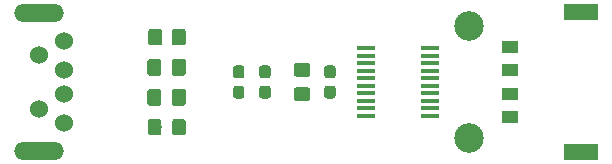
<source format=gbr>
%TF.GenerationSoftware,KiCad,Pcbnew,(5.1.0)-1*%
%TF.CreationDate,2024-04-08T09:54:17+02:00*%
%TF.ProjectId,USB-UART_RS422,5553422d-5541-4525-945f-52533432322e,rev?*%
%TF.SameCoordinates,Original*%
%TF.FileFunction,Soldermask,Top*%
%TF.FilePolarity,Negative*%
%FSLAX46Y46*%
G04 Gerber Fmt 4.6, Leading zero omitted, Abs format (unit mm)*
G04 Created by KiCad (PCBNEW (5.1.0)-1) date 2024-04-08 09:54:17*
%MOMM*%
%LPD*%
G04 APERTURE LIST*
%ADD10R,2.900000X1.350000*%
%ADD11R,1.450000X1.100000*%
%ADD12C,0.100000*%
%ADD13C,0.950000*%
%ADD14C,1.175000*%
%ADD15C,1.150000*%
%ADD16R,1.526000X0.435000*%
%ADD17C,1.200000*%
%ADD18C,2.500000*%
%ADD19C,1.524000*%
%ADD20O,4.200000X1.524000*%
G04 APERTURE END LIST*
D10*
%TO.C,J0*%
X158475000Y-90105000D03*
X158475000Y-101895000D03*
D11*
X152500000Y-93000000D03*
X152500000Y-95000000D03*
X152500000Y-97000000D03*
X152500000Y-99000000D03*
%TD*%
D12*
%TO.C,C1*%
G36*
X137510779Y-96326144D02*
G01*
X137533834Y-96329563D01*
X137556443Y-96335227D01*
X137578387Y-96343079D01*
X137599457Y-96353044D01*
X137619448Y-96365026D01*
X137638168Y-96378910D01*
X137655438Y-96394562D01*
X137671090Y-96411832D01*
X137684974Y-96430552D01*
X137696956Y-96450543D01*
X137706921Y-96471613D01*
X137714773Y-96493557D01*
X137720437Y-96516166D01*
X137723856Y-96539221D01*
X137725000Y-96562500D01*
X137725000Y-97162500D01*
X137723856Y-97185779D01*
X137720437Y-97208834D01*
X137714773Y-97231443D01*
X137706921Y-97253387D01*
X137696956Y-97274457D01*
X137684974Y-97294448D01*
X137671090Y-97313168D01*
X137655438Y-97330438D01*
X137638168Y-97346090D01*
X137619448Y-97359974D01*
X137599457Y-97371956D01*
X137578387Y-97381921D01*
X137556443Y-97389773D01*
X137533834Y-97395437D01*
X137510779Y-97398856D01*
X137487500Y-97400000D01*
X137012500Y-97400000D01*
X136989221Y-97398856D01*
X136966166Y-97395437D01*
X136943557Y-97389773D01*
X136921613Y-97381921D01*
X136900543Y-97371956D01*
X136880552Y-97359974D01*
X136861832Y-97346090D01*
X136844562Y-97330438D01*
X136828910Y-97313168D01*
X136815026Y-97294448D01*
X136803044Y-97274457D01*
X136793079Y-97253387D01*
X136785227Y-97231443D01*
X136779563Y-97208834D01*
X136776144Y-97185779D01*
X136775000Y-97162500D01*
X136775000Y-96562500D01*
X136776144Y-96539221D01*
X136779563Y-96516166D01*
X136785227Y-96493557D01*
X136793079Y-96471613D01*
X136803044Y-96450543D01*
X136815026Y-96430552D01*
X136828910Y-96411832D01*
X136844562Y-96394562D01*
X136861832Y-96378910D01*
X136880552Y-96365026D01*
X136900543Y-96353044D01*
X136921613Y-96343079D01*
X136943557Y-96335227D01*
X136966166Y-96329563D01*
X136989221Y-96326144D01*
X137012500Y-96325000D01*
X137487500Y-96325000D01*
X137510779Y-96326144D01*
X137510779Y-96326144D01*
G37*
D13*
X137250000Y-96862500D03*
D12*
G36*
X137510779Y-94601144D02*
G01*
X137533834Y-94604563D01*
X137556443Y-94610227D01*
X137578387Y-94618079D01*
X137599457Y-94628044D01*
X137619448Y-94640026D01*
X137638168Y-94653910D01*
X137655438Y-94669562D01*
X137671090Y-94686832D01*
X137684974Y-94705552D01*
X137696956Y-94725543D01*
X137706921Y-94746613D01*
X137714773Y-94768557D01*
X137720437Y-94791166D01*
X137723856Y-94814221D01*
X137725000Y-94837500D01*
X137725000Y-95437500D01*
X137723856Y-95460779D01*
X137720437Y-95483834D01*
X137714773Y-95506443D01*
X137706921Y-95528387D01*
X137696956Y-95549457D01*
X137684974Y-95569448D01*
X137671090Y-95588168D01*
X137655438Y-95605438D01*
X137638168Y-95621090D01*
X137619448Y-95634974D01*
X137599457Y-95646956D01*
X137578387Y-95656921D01*
X137556443Y-95664773D01*
X137533834Y-95670437D01*
X137510779Y-95673856D01*
X137487500Y-95675000D01*
X137012500Y-95675000D01*
X136989221Y-95673856D01*
X136966166Y-95670437D01*
X136943557Y-95664773D01*
X136921613Y-95656921D01*
X136900543Y-95646956D01*
X136880552Y-95634974D01*
X136861832Y-95621090D01*
X136844562Y-95605438D01*
X136828910Y-95588168D01*
X136815026Y-95569448D01*
X136803044Y-95549457D01*
X136793079Y-95528387D01*
X136785227Y-95506443D01*
X136779563Y-95483834D01*
X136776144Y-95460779D01*
X136775000Y-95437500D01*
X136775000Y-94837500D01*
X136776144Y-94814221D01*
X136779563Y-94791166D01*
X136785227Y-94768557D01*
X136793079Y-94746613D01*
X136803044Y-94725543D01*
X136815026Y-94705552D01*
X136828910Y-94686832D01*
X136844562Y-94669562D01*
X136861832Y-94653910D01*
X136880552Y-94640026D01*
X136900543Y-94628044D01*
X136921613Y-94618079D01*
X136943557Y-94610227D01*
X136966166Y-94604563D01*
X136989221Y-94601144D01*
X137012500Y-94600000D01*
X137487500Y-94600000D01*
X137510779Y-94601144D01*
X137510779Y-94601144D01*
G37*
D13*
X137250000Y-95137500D03*
%TD*%
D12*
%TO.C,C2.0*%
G36*
X129800779Y-94601144D02*
G01*
X129823834Y-94604563D01*
X129846443Y-94610227D01*
X129868387Y-94618079D01*
X129889457Y-94628044D01*
X129909448Y-94640026D01*
X129928168Y-94653910D01*
X129945438Y-94669562D01*
X129961090Y-94686832D01*
X129974974Y-94705552D01*
X129986956Y-94725543D01*
X129996921Y-94746613D01*
X130004773Y-94768557D01*
X130010437Y-94791166D01*
X130013856Y-94814221D01*
X130015000Y-94837500D01*
X130015000Y-95437500D01*
X130013856Y-95460779D01*
X130010437Y-95483834D01*
X130004773Y-95506443D01*
X129996921Y-95528387D01*
X129986956Y-95549457D01*
X129974974Y-95569448D01*
X129961090Y-95588168D01*
X129945438Y-95605438D01*
X129928168Y-95621090D01*
X129909448Y-95634974D01*
X129889457Y-95646956D01*
X129868387Y-95656921D01*
X129846443Y-95664773D01*
X129823834Y-95670437D01*
X129800779Y-95673856D01*
X129777500Y-95675000D01*
X129302500Y-95675000D01*
X129279221Y-95673856D01*
X129256166Y-95670437D01*
X129233557Y-95664773D01*
X129211613Y-95656921D01*
X129190543Y-95646956D01*
X129170552Y-95634974D01*
X129151832Y-95621090D01*
X129134562Y-95605438D01*
X129118910Y-95588168D01*
X129105026Y-95569448D01*
X129093044Y-95549457D01*
X129083079Y-95528387D01*
X129075227Y-95506443D01*
X129069563Y-95483834D01*
X129066144Y-95460779D01*
X129065000Y-95437500D01*
X129065000Y-94837500D01*
X129066144Y-94814221D01*
X129069563Y-94791166D01*
X129075227Y-94768557D01*
X129083079Y-94746613D01*
X129093044Y-94725543D01*
X129105026Y-94705552D01*
X129118910Y-94686832D01*
X129134562Y-94669562D01*
X129151832Y-94653910D01*
X129170552Y-94640026D01*
X129190543Y-94628044D01*
X129211613Y-94618079D01*
X129233557Y-94610227D01*
X129256166Y-94604563D01*
X129279221Y-94601144D01*
X129302500Y-94600000D01*
X129777500Y-94600000D01*
X129800779Y-94601144D01*
X129800779Y-94601144D01*
G37*
D13*
X129540000Y-95137500D03*
D12*
G36*
X129800779Y-96326144D02*
G01*
X129823834Y-96329563D01*
X129846443Y-96335227D01*
X129868387Y-96343079D01*
X129889457Y-96353044D01*
X129909448Y-96365026D01*
X129928168Y-96378910D01*
X129945438Y-96394562D01*
X129961090Y-96411832D01*
X129974974Y-96430552D01*
X129986956Y-96450543D01*
X129996921Y-96471613D01*
X130004773Y-96493557D01*
X130010437Y-96516166D01*
X130013856Y-96539221D01*
X130015000Y-96562500D01*
X130015000Y-97162500D01*
X130013856Y-97185779D01*
X130010437Y-97208834D01*
X130004773Y-97231443D01*
X129996921Y-97253387D01*
X129986956Y-97274457D01*
X129974974Y-97294448D01*
X129961090Y-97313168D01*
X129945438Y-97330438D01*
X129928168Y-97346090D01*
X129909448Y-97359974D01*
X129889457Y-97371956D01*
X129868387Y-97381921D01*
X129846443Y-97389773D01*
X129823834Y-97395437D01*
X129800779Y-97398856D01*
X129777500Y-97400000D01*
X129302500Y-97400000D01*
X129279221Y-97398856D01*
X129256166Y-97395437D01*
X129233557Y-97389773D01*
X129211613Y-97381921D01*
X129190543Y-97371956D01*
X129170552Y-97359974D01*
X129151832Y-97346090D01*
X129134562Y-97330438D01*
X129118910Y-97313168D01*
X129105026Y-97294448D01*
X129093044Y-97274457D01*
X129083079Y-97253387D01*
X129075227Y-97231443D01*
X129069563Y-97208834D01*
X129066144Y-97185779D01*
X129065000Y-97162500D01*
X129065000Y-96562500D01*
X129066144Y-96539221D01*
X129069563Y-96516166D01*
X129075227Y-96493557D01*
X129083079Y-96471613D01*
X129093044Y-96450543D01*
X129105026Y-96430552D01*
X129118910Y-96411832D01*
X129134562Y-96394562D01*
X129151832Y-96378910D01*
X129170552Y-96365026D01*
X129190543Y-96353044D01*
X129211613Y-96343079D01*
X129233557Y-96335227D01*
X129256166Y-96329563D01*
X129279221Y-96326144D01*
X129302500Y-96325000D01*
X129777500Y-96325000D01*
X129800779Y-96326144D01*
X129800779Y-96326144D01*
G37*
D13*
X129540000Y-96862500D03*
%TD*%
D12*
%TO.C,C2.1*%
G36*
X132010779Y-96326144D02*
G01*
X132033834Y-96329563D01*
X132056443Y-96335227D01*
X132078387Y-96343079D01*
X132099457Y-96353044D01*
X132119448Y-96365026D01*
X132138168Y-96378910D01*
X132155438Y-96394562D01*
X132171090Y-96411832D01*
X132184974Y-96430552D01*
X132196956Y-96450543D01*
X132206921Y-96471613D01*
X132214773Y-96493557D01*
X132220437Y-96516166D01*
X132223856Y-96539221D01*
X132225000Y-96562500D01*
X132225000Y-97162500D01*
X132223856Y-97185779D01*
X132220437Y-97208834D01*
X132214773Y-97231443D01*
X132206921Y-97253387D01*
X132196956Y-97274457D01*
X132184974Y-97294448D01*
X132171090Y-97313168D01*
X132155438Y-97330438D01*
X132138168Y-97346090D01*
X132119448Y-97359974D01*
X132099457Y-97371956D01*
X132078387Y-97381921D01*
X132056443Y-97389773D01*
X132033834Y-97395437D01*
X132010779Y-97398856D01*
X131987500Y-97400000D01*
X131512500Y-97400000D01*
X131489221Y-97398856D01*
X131466166Y-97395437D01*
X131443557Y-97389773D01*
X131421613Y-97381921D01*
X131400543Y-97371956D01*
X131380552Y-97359974D01*
X131361832Y-97346090D01*
X131344562Y-97330438D01*
X131328910Y-97313168D01*
X131315026Y-97294448D01*
X131303044Y-97274457D01*
X131293079Y-97253387D01*
X131285227Y-97231443D01*
X131279563Y-97208834D01*
X131276144Y-97185779D01*
X131275000Y-97162500D01*
X131275000Y-96562500D01*
X131276144Y-96539221D01*
X131279563Y-96516166D01*
X131285227Y-96493557D01*
X131293079Y-96471613D01*
X131303044Y-96450543D01*
X131315026Y-96430552D01*
X131328910Y-96411832D01*
X131344562Y-96394562D01*
X131361832Y-96378910D01*
X131380552Y-96365026D01*
X131400543Y-96353044D01*
X131421613Y-96343079D01*
X131443557Y-96335227D01*
X131466166Y-96329563D01*
X131489221Y-96326144D01*
X131512500Y-96325000D01*
X131987500Y-96325000D01*
X132010779Y-96326144D01*
X132010779Y-96326144D01*
G37*
D13*
X131750000Y-96862500D03*
D12*
G36*
X132010779Y-94601144D02*
G01*
X132033834Y-94604563D01*
X132056443Y-94610227D01*
X132078387Y-94618079D01*
X132099457Y-94628044D01*
X132119448Y-94640026D01*
X132138168Y-94653910D01*
X132155438Y-94669562D01*
X132171090Y-94686832D01*
X132184974Y-94705552D01*
X132196956Y-94725543D01*
X132206921Y-94746613D01*
X132214773Y-94768557D01*
X132220437Y-94791166D01*
X132223856Y-94814221D01*
X132225000Y-94837500D01*
X132225000Y-95437500D01*
X132223856Y-95460779D01*
X132220437Y-95483834D01*
X132214773Y-95506443D01*
X132206921Y-95528387D01*
X132196956Y-95549457D01*
X132184974Y-95569448D01*
X132171090Y-95588168D01*
X132155438Y-95605438D01*
X132138168Y-95621090D01*
X132119448Y-95634974D01*
X132099457Y-95646956D01*
X132078387Y-95656921D01*
X132056443Y-95664773D01*
X132033834Y-95670437D01*
X132010779Y-95673856D01*
X131987500Y-95675000D01*
X131512500Y-95675000D01*
X131489221Y-95673856D01*
X131466166Y-95670437D01*
X131443557Y-95664773D01*
X131421613Y-95656921D01*
X131400543Y-95646956D01*
X131380552Y-95634974D01*
X131361832Y-95621090D01*
X131344562Y-95605438D01*
X131328910Y-95588168D01*
X131315026Y-95569448D01*
X131303044Y-95549457D01*
X131293079Y-95528387D01*
X131285227Y-95506443D01*
X131279563Y-95483834D01*
X131276144Y-95460779D01*
X131275000Y-95437500D01*
X131275000Y-94837500D01*
X131276144Y-94814221D01*
X131279563Y-94791166D01*
X131285227Y-94768557D01*
X131293079Y-94746613D01*
X131303044Y-94725543D01*
X131315026Y-94705552D01*
X131328910Y-94686832D01*
X131344562Y-94669562D01*
X131361832Y-94653910D01*
X131380552Y-94640026D01*
X131400543Y-94628044D01*
X131421613Y-94618079D01*
X131443557Y-94610227D01*
X131466166Y-94604563D01*
X131489221Y-94601144D01*
X131512500Y-94600000D01*
X131987500Y-94600000D01*
X132010779Y-94601144D01*
X132010779Y-94601144D01*
G37*
D13*
X131750000Y-95137500D03*
%TD*%
D12*
%TO.C,C3*%
G36*
X122747004Y-94026204D02*
G01*
X122771273Y-94029804D01*
X122795071Y-94035765D01*
X122818171Y-94044030D01*
X122840349Y-94054520D01*
X122861393Y-94067133D01*
X122881098Y-94081747D01*
X122899277Y-94098223D01*
X122915753Y-94116402D01*
X122930367Y-94136107D01*
X122942980Y-94157151D01*
X122953470Y-94179329D01*
X122961735Y-94202429D01*
X122967696Y-94226227D01*
X122971296Y-94250496D01*
X122972500Y-94275000D01*
X122972500Y-95225000D01*
X122971296Y-95249504D01*
X122967696Y-95273773D01*
X122961735Y-95297571D01*
X122953470Y-95320671D01*
X122942980Y-95342849D01*
X122930367Y-95363893D01*
X122915753Y-95383598D01*
X122899277Y-95401777D01*
X122881098Y-95418253D01*
X122861393Y-95432867D01*
X122840349Y-95445480D01*
X122818171Y-95455970D01*
X122795071Y-95464235D01*
X122771273Y-95470196D01*
X122747004Y-95473796D01*
X122722500Y-95475000D01*
X122047500Y-95475000D01*
X122022996Y-95473796D01*
X121998727Y-95470196D01*
X121974929Y-95464235D01*
X121951829Y-95455970D01*
X121929651Y-95445480D01*
X121908607Y-95432867D01*
X121888902Y-95418253D01*
X121870723Y-95401777D01*
X121854247Y-95383598D01*
X121839633Y-95363893D01*
X121827020Y-95342849D01*
X121816530Y-95320671D01*
X121808265Y-95297571D01*
X121802304Y-95273773D01*
X121798704Y-95249504D01*
X121797500Y-95225000D01*
X121797500Y-94275000D01*
X121798704Y-94250496D01*
X121802304Y-94226227D01*
X121808265Y-94202429D01*
X121816530Y-94179329D01*
X121827020Y-94157151D01*
X121839633Y-94136107D01*
X121854247Y-94116402D01*
X121870723Y-94098223D01*
X121888902Y-94081747D01*
X121908607Y-94067133D01*
X121929651Y-94054520D01*
X121951829Y-94044030D01*
X121974929Y-94035765D01*
X121998727Y-94029804D01*
X122022996Y-94026204D01*
X122047500Y-94025000D01*
X122722500Y-94025000D01*
X122747004Y-94026204D01*
X122747004Y-94026204D01*
G37*
D14*
X122385000Y-94750000D03*
D12*
G36*
X124822004Y-94026204D02*
G01*
X124846273Y-94029804D01*
X124870071Y-94035765D01*
X124893171Y-94044030D01*
X124915349Y-94054520D01*
X124936393Y-94067133D01*
X124956098Y-94081747D01*
X124974277Y-94098223D01*
X124990753Y-94116402D01*
X125005367Y-94136107D01*
X125017980Y-94157151D01*
X125028470Y-94179329D01*
X125036735Y-94202429D01*
X125042696Y-94226227D01*
X125046296Y-94250496D01*
X125047500Y-94275000D01*
X125047500Y-95225000D01*
X125046296Y-95249504D01*
X125042696Y-95273773D01*
X125036735Y-95297571D01*
X125028470Y-95320671D01*
X125017980Y-95342849D01*
X125005367Y-95363893D01*
X124990753Y-95383598D01*
X124974277Y-95401777D01*
X124956098Y-95418253D01*
X124936393Y-95432867D01*
X124915349Y-95445480D01*
X124893171Y-95455970D01*
X124870071Y-95464235D01*
X124846273Y-95470196D01*
X124822004Y-95473796D01*
X124797500Y-95475000D01*
X124122500Y-95475000D01*
X124097996Y-95473796D01*
X124073727Y-95470196D01*
X124049929Y-95464235D01*
X124026829Y-95455970D01*
X124004651Y-95445480D01*
X123983607Y-95432867D01*
X123963902Y-95418253D01*
X123945723Y-95401777D01*
X123929247Y-95383598D01*
X123914633Y-95363893D01*
X123902020Y-95342849D01*
X123891530Y-95320671D01*
X123883265Y-95297571D01*
X123877304Y-95273773D01*
X123873704Y-95249504D01*
X123872500Y-95225000D01*
X123872500Y-94275000D01*
X123873704Y-94250496D01*
X123877304Y-94226227D01*
X123883265Y-94202429D01*
X123891530Y-94179329D01*
X123902020Y-94157151D01*
X123914633Y-94136107D01*
X123929247Y-94116402D01*
X123945723Y-94098223D01*
X123963902Y-94081747D01*
X123983607Y-94067133D01*
X124004651Y-94054520D01*
X124026829Y-94044030D01*
X124049929Y-94035765D01*
X124073727Y-94029804D01*
X124097996Y-94026204D01*
X124122500Y-94025000D01*
X124797500Y-94025000D01*
X124822004Y-94026204D01*
X124822004Y-94026204D01*
G37*
D14*
X124460000Y-94750000D03*
%TD*%
D12*
%TO.C,C4*%
G36*
X122747004Y-96566204D02*
G01*
X122771273Y-96569804D01*
X122795071Y-96575765D01*
X122818171Y-96584030D01*
X122840349Y-96594520D01*
X122861393Y-96607133D01*
X122881098Y-96621747D01*
X122899277Y-96638223D01*
X122915753Y-96656402D01*
X122930367Y-96676107D01*
X122942980Y-96697151D01*
X122953470Y-96719329D01*
X122961735Y-96742429D01*
X122967696Y-96766227D01*
X122971296Y-96790496D01*
X122972500Y-96815000D01*
X122972500Y-97765000D01*
X122971296Y-97789504D01*
X122967696Y-97813773D01*
X122961735Y-97837571D01*
X122953470Y-97860671D01*
X122942980Y-97882849D01*
X122930367Y-97903893D01*
X122915753Y-97923598D01*
X122899277Y-97941777D01*
X122881098Y-97958253D01*
X122861393Y-97972867D01*
X122840349Y-97985480D01*
X122818171Y-97995970D01*
X122795071Y-98004235D01*
X122771273Y-98010196D01*
X122747004Y-98013796D01*
X122722500Y-98015000D01*
X122047500Y-98015000D01*
X122022996Y-98013796D01*
X121998727Y-98010196D01*
X121974929Y-98004235D01*
X121951829Y-97995970D01*
X121929651Y-97985480D01*
X121908607Y-97972867D01*
X121888902Y-97958253D01*
X121870723Y-97941777D01*
X121854247Y-97923598D01*
X121839633Y-97903893D01*
X121827020Y-97882849D01*
X121816530Y-97860671D01*
X121808265Y-97837571D01*
X121802304Y-97813773D01*
X121798704Y-97789504D01*
X121797500Y-97765000D01*
X121797500Y-96815000D01*
X121798704Y-96790496D01*
X121802304Y-96766227D01*
X121808265Y-96742429D01*
X121816530Y-96719329D01*
X121827020Y-96697151D01*
X121839633Y-96676107D01*
X121854247Y-96656402D01*
X121870723Y-96638223D01*
X121888902Y-96621747D01*
X121908607Y-96607133D01*
X121929651Y-96594520D01*
X121951829Y-96584030D01*
X121974929Y-96575765D01*
X121998727Y-96569804D01*
X122022996Y-96566204D01*
X122047500Y-96565000D01*
X122722500Y-96565000D01*
X122747004Y-96566204D01*
X122747004Y-96566204D01*
G37*
D14*
X122385000Y-97290000D03*
D12*
G36*
X124822004Y-96566204D02*
G01*
X124846273Y-96569804D01*
X124870071Y-96575765D01*
X124893171Y-96584030D01*
X124915349Y-96594520D01*
X124936393Y-96607133D01*
X124956098Y-96621747D01*
X124974277Y-96638223D01*
X124990753Y-96656402D01*
X125005367Y-96676107D01*
X125017980Y-96697151D01*
X125028470Y-96719329D01*
X125036735Y-96742429D01*
X125042696Y-96766227D01*
X125046296Y-96790496D01*
X125047500Y-96815000D01*
X125047500Y-97765000D01*
X125046296Y-97789504D01*
X125042696Y-97813773D01*
X125036735Y-97837571D01*
X125028470Y-97860671D01*
X125017980Y-97882849D01*
X125005367Y-97903893D01*
X124990753Y-97923598D01*
X124974277Y-97941777D01*
X124956098Y-97958253D01*
X124936393Y-97972867D01*
X124915349Y-97985480D01*
X124893171Y-97995970D01*
X124870071Y-98004235D01*
X124846273Y-98010196D01*
X124822004Y-98013796D01*
X124797500Y-98015000D01*
X124122500Y-98015000D01*
X124097996Y-98013796D01*
X124073727Y-98010196D01*
X124049929Y-98004235D01*
X124026829Y-97995970D01*
X124004651Y-97985480D01*
X123983607Y-97972867D01*
X123963902Y-97958253D01*
X123945723Y-97941777D01*
X123929247Y-97923598D01*
X123914633Y-97903893D01*
X123902020Y-97882849D01*
X123891530Y-97860671D01*
X123883265Y-97837571D01*
X123877304Y-97813773D01*
X123873704Y-97789504D01*
X123872500Y-97765000D01*
X123872500Y-96815000D01*
X123873704Y-96790496D01*
X123877304Y-96766227D01*
X123883265Y-96742429D01*
X123891530Y-96719329D01*
X123902020Y-96697151D01*
X123914633Y-96676107D01*
X123929247Y-96656402D01*
X123945723Y-96638223D01*
X123963902Y-96621747D01*
X123983607Y-96607133D01*
X124004651Y-96594520D01*
X124026829Y-96584030D01*
X124049929Y-96575765D01*
X124073727Y-96569804D01*
X124097996Y-96566204D01*
X124122500Y-96565000D01*
X124797500Y-96565000D01*
X124822004Y-96566204D01*
X124822004Y-96566204D01*
G37*
D14*
X124460000Y-97290000D03*
%TD*%
D12*
%TO.C,FB0*%
G36*
X124809505Y-99131204D02*
G01*
X124833773Y-99134804D01*
X124857572Y-99140765D01*
X124880671Y-99149030D01*
X124902850Y-99159520D01*
X124923893Y-99172132D01*
X124943599Y-99186747D01*
X124961777Y-99203223D01*
X124978253Y-99221401D01*
X124992868Y-99241107D01*
X125005480Y-99262150D01*
X125015970Y-99284329D01*
X125024235Y-99307428D01*
X125030196Y-99331227D01*
X125033796Y-99355495D01*
X125035000Y-99379999D01*
X125035000Y-100280001D01*
X125033796Y-100304505D01*
X125030196Y-100328773D01*
X125024235Y-100352572D01*
X125015970Y-100375671D01*
X125005480Y-100397850D01*
X124992868Y-100418893D01*
X124978253Y-100438599D01*
X124961777Y-100456777D01*
X124943599Y-100473253D01*
X124923893Y-100487868D01*
X124902850Y-100500480D01*
X124880671Y-100510970D01*
X124857572Y-100519235D01*
X124833773Y-100525196D01*
X124809505Y-100528796D01*
X124785001Y-100530000D01*
X124134999Y-100530000D01*
X124110495Y-100528796D01*
X124086227Y-100525196D01*
X124062428Y-100519235D01*
X124039329Y-100510970D01*
X124017150Y-100500480D01*
X123996107Y-100487868D01*
X123976401Y-100473253D01*
X123958223Y-100456777D01*
X123941747Y-100438599D01*
X123927132Y-100418893D01*
X123914520Y-100397850D01*
X123904030Y-100375671D01*
X123895765Y-100352572D01*
X123889804Y-100328773D01*
X123886204Y-100304505D01*
X123885000Y-100280001D01*
X123885000Y-99379999D01*
X123886204Y-99355495D01*
X123889804Y-99331227D01*
X123895765Y-99307428D01*
X123904030Y-99284329D01*
X123914520Y-99262150D01*
X123927132Y-99241107D01*
X123941747Y-99221401D01*
X123958223Y-99203223D01*
X123976401Y-99186747D01*
X123996107Y-99172132D01*
X124017150Y-99159520D01*
X124039329Y-99149030D01*
X124062428Y-99140765D01*
X124086227Y-99134804D01*
X124110495Y-99131204D01*
X124134999Y-99130000D01*
X124785001Y-99130000D01*
X124809505Y-99131204D01*
X124809505Y-99131204D01*
G37*
D15*
X124460000Y-99830000D03*
D12*
G36*
X122759505Y-99131204D02*
G01*
X122783773Y-99134804D01*
X122807572Y-99140765D01*
X122830671Y-99149030D01*
X122852850Y-99159520D01*
X122873893Y-99172132D01*
X122893599Y-99186747D01*
X122911777Y-99203223D01*
X122928253Y-99221401D01*
X122942868Y-99241107D01*
X122955480Y-99262150D01*
X122965970Y-99284329D01*
X122974235Y-99307428D01*
X122980196Y-99331227D01*
X122983796Y-99355495D01*
X122985000Y-99379999D01*
X122985000Y-100280001D01*
X122983796Y-100304505D01*
X122980196Y-100328773D01*
X122974235Y-100352572D01*
X122965970Y-100375671D01*
X122955480Y-100397850D01*
X122942868Y-100418893D01*
X122928253Y-100438599D01*
X122911777Y-100456777D01*
X122893599Y-100473253D01*
X122873893Y-100487868D01*
X122852850Y-100500480D01*
X122830671Y-100510970D01*
X122807572Y-100519235D01*
X122783773Y-100525196D01*
X122759505Y-100528796D01*
X122735001Y-100530000D01*
X122084999Y-100530000D01*
X122060495Y-100528796D01*
X122036227Y-100525196D01*
X122012428Y-100519235D01*
X121989329Y-100510970D01*
X121967150Y-100500480D01*
X121946107Y-100487868D01*
X121926401Y-100473253D01*
X121908223Y-100456777D01*
X121891747Y-100438599D01*
X121877132Y-100418893D01*
X121864520Y-100397850D01*
X121854030Y-100375671D01*
X121845765Y-100352572D01*
X121839804Y-100328773D01*
X121836204Y-100304505D01*
X121835000Y-100280001D01*
X121835000Y-99379999D01*
X121836204Y-99355495D01*
X121839804Y-99331227D01*
X121845765Y-99307428D01*
X121854030Y-99284329D01*
X121864520Y-99262150D01*
X121877132Y-99241107D01*
X121891747Y-99221401D01*
X121908223Y-99203223D01*
X121926401Y-99186747D01*
X121946107Y-99172132D01*
X121967150Y-99159520D01*
X121989329Y-99149030D01*
X122012428Y-99140765D01*
X122036227Y-99134804D01*
X122060495Y-99131204D01*
X122084999Y-99130000D01*
X122735001Y-99130000D01*
X122759505Y-99131204D01*
X122759505Y-99131204D01*
G37*
D15*
X122410000Y-99830000D03*
%TD*%
D16*
%TO.C,IC0*%
X140288000Y-93142000D03*
X140288000Y-93778000D03*
X140288000Y-94412000D03*
X140288000Y-95048000D03*
X140288000Y-95682000D03*
X140288000Y-96318000D03*
X140288000Y-96952000D03*
X140288000Y-97588000D03*
X140288000Y-98222000D03*
X140288000Y-98858000D03*
X145712000Y-98858000D03*
X145712000Y-98222000D03*
X145712000Y-97588000D03*
X145712000Y-96952000D03*
X145712000Y-96318000D03*
X145712000Y-95682000D03*
X145712000Y-95048000D03*
X145712000Y-94412000D03*
X145712000Y-93778000D03*
X145712000Y-93142000D03*
%TD*%
D12*
%TO.C,LED0*%
G36*
X135364505Y-94401204D02*
G01*
X135388773Y-94404804D01*
X135412572Y-94410765D01*
X135435671Y-94419030D01*
X135457850Y-94429520D01*
X135478893Y-94442132D01*
X135498599Y-94456747D01*
X135516777Y-94473223D01*
X135533253Y-94491401D01*
X135547868Y-94511107D01*
X135560480Y-94532150D01*
X135570970Y-94554329D01*
X135579235Y-94577428D01*
X135585196Y-94601227D01*
X135588796Y-94625495D01*
X135590000Y-94649999D01*
X135590000Y-95300001D01*
X135588796Y-95324505D01*
X135585196Y-95348773D01*
X135579235Y-95372572D01*
X135570970Y-95395671D01*
X135560480Y-95417850D01*
X135547868Y-95438893D01*
X135533253Y-95458599D01*
X135516777Y-95476777D01*
X135498599Y-95493253D01*
X135478893Y-95507868D01*
X135457850Y-95520480D01*
X135435671Y-95530970D01*
X135412572Y-95539235D01*
X135388773Y-95545196D01*
X135364505Y-95548796D01*
X135340001Y-95550000D01*
X134439999Y-95550000D01*
X134415495Y-95548796D01*
X134391227Y-95545196D01*
X134367428Y-95539235D01*
X134344329Y-95530970D01*
X134322150Y-95520480D01*
X134301107Y-95507868D01*
X134281401Y-95493253D01*
X134263223Y-95476777D01*
X134246747Y-95458599D01*
X134232132Y-95438893D01*
X134219520Y-95417850D01*
X134209030Y-95395671D01*
X134200765Y-95372572D01*
X134194804Y-95348773D01*
X134191204Y-95324505D01*
X134190000Y-95300001D01*
X134190000Y-94649999D01*
X134191204Y-94625495D01*
X134194804Y-94601227D01*
X134200765Y-94577428D01*
X134209030Y-94554329D01*
X134219520Y-94532150D01*
X134232132Y-94511107D01*
X134246747Y-94491401D01*
X134263223Y-94473223D01*
X134281401Y-94456747D01*
X134301107Y-94442132D01*
X134322150Y-94429520D01*
X134344329Y-94419030D01*
X134367428Y-94410765D01*
X134391227Y-94404804D01*
X134415495Y-94401204D01*
X134439999Y-94400000D01*
X135340001Y-94400000D01*
X135364505Y-94401204D01*
X135364505Y-94401204D01*
G37*
D15*
X134890000Y-94975000D03*
D12*
G36*
X135364505Y-96451204D02*
G01*
X135388773Y-96454804D01*
X135412572Y-96460765D01*
X135435671Y-96469030D01*
X135457850Y-96479520D01*
X135478893Y-96492132D01*
X135498599Y-96506747D01*
X135516777Y-96523223D01*
X135533253Y-96541401D01*
X135547868Y-96561107D01*
X135560480Y-96582150D01*
X135570970Y-96604329D01*
X135579235Y-96627428D01*
X135585196Y-96651227D01*
X135588796Y-96675495D01*
X135590000Y-96699999D01*
X135590000Y-97350001D01*
X135588796Y-97374505D01*
X135585196Y-97398773D01*
X135579235Y-97422572D01*
X135570970Y-97445671D01*
X135560480Y-97467850D01*
X135547868Y-97488893D01*
X135533253Y-97508599D01*
X135516777Y-97526777D01*
X135498599Y-97543253D01*
X135478893Y-97557868D01*
X135457850Y-97570480D01*
X135435671Y-97580970D01*
X135412572Y-97589235D01*
X135388773Y-97595196D01*
X135364505Y-97598796D01*
X135340001Y-97600000D01*
X134439999Y-97600000D01*
X134415495Y-97598796D01*
X134391227Y-97595196D01*
X134367428Y-97589235D01*
X134344329Y-97580970D01*
X134322150Y-97570480D01*
X134301107Y-97557868D01*
X134281401Y-97543253D01*
X134263223Y-97526777D01*
X134246747Y-97508599D01*
X134232132Y-97488893D01*
X134219520Y-97467850D01*
X134209030Y-97445671D01*
X134200765Y-97422572D01*
X134194804Y-97398773D01*
X134191204Y-97374505D01*
X134190000Y-97350001D01*
X134190000Y-96699999D01*
X134191204Y-96675495D01*
X134194804Y-96651227D01*
X134200765Y-96627428D01*
X134209030Y-96604329D01*
X134219520Y-96582150D01*
X134232132Y-96561107D01*
X134246747Y-96541401D01*
X134263223Y-96523223D01*
X134281401Y-96506747D01*
X134301107Y-96492132D01*
X134322150Y-96479520D01*
X134344329Y-96469030D01*
X134367428Y-96460765D01*
X134391227Y-96454804D01*
X134415495Y-96451204D01*
X134439999Y-96450000D01*
X135340001Y-96450000D01*
X135364505Y-96451204D01*
X135364505Y-96451204D01*
G37*
D15*
X134890000Y-97025000D03*
%TD*%
D12*
%TO.C,R0*%
G36*
X122834505Y-91511204D02*
G01*
X122858773Y-91514804D01*
X122882572Y-91520765D01*
X122905671Y-91529030D01*
X122927850Y-91539520D01*
X122948893Y-91552132D01*
X122968599Y-91566747D01*
X122986777Y-91583223D01*
X123003253Y-91601401D01*
X123017868Y-91621107D01*
X123030480Y-91642150D01*
X123040970Y-91664329D01*
X123049235Y-91687428D01*
X123055196Y-91711227D01*
X123058796Y-91735495D01*
X123060000Y-91759999D01*
X123060000Y-92660001D01*
X123058796Y-92684505D01*
X123055196Y-92708773D01*
X123049235Y-92732572D01*
X123040970Y-92755671D01*
X123030480Y-92777850D01*
X123017868Y-92798893D01*
X123003253Y-92818599D01*
X122986777Y-92836777D01*
X122968599Y-92853253D01*
X122948893Y-92867868D01*
X122927850Y-92880480D01*
X122905671Y-92890970D01*
X122882572Y-92899235D01*
X122858773Y-92905196D01*
X122834505Y-92908796D01*
X122810001Y-92910000D01*
X122109999Y-92910000D01*
X122085495Y-92908796D01*
X122061227Y-92905196D01*
X122037428Y-92899235D01*
X122014329Y-92890970D01*
X121992150Y-92880480D01*
X121971107Y-92867868D01*
X121951401Y-92853253D01*
X121933223Y-92836777D01*
X121916747Y-92818599D01*
X121902132Y-92798893D01*
X121889520Y-92777850D01*
X121879030Y-92755671D01*
X121870765Y-92732572D01*
X121864804Y-92708773D01*
X121861204Y-92684505D01*
X121860000Y-92660001D01*
X121860000Y-91759999D01*
X121861204Y-91735495D01*
X121864804Y-91711227D01*
X121870765Y-91687428D01*
X121879030Y-91664329D01*
X121889520Y-91642150D01*
X121902132Y-91621107D01*
X121916747Y-91601401D01*
X121933223Y-91583223D01*
X121951401Y-91566747D01*
X121971107Y-91552132D01*
X121992150Y-91539520D01*
X122014329Y-91529030D01*
X122037428Y-91520765D01*
X122061227Y-91514804D01*
X122085495Y-91511204D01*
X122109999Y-91510000D01*
X122810001Y-91510000D01*
X122834505Y-91511204D01*
X122834505Y-91511204D01*
G37*
D17*
X122460000Y-92210000D03*
D12*
G36*
X124834505Y-91511204D02*
G01*
X124858773Y-91514804D01*
X124882572Y-91520765D01*
X124905671Y-91529030D01*
X124927850Y-91539520D01*
X124948893Y-91552132D01*
X124968599Y-91566747D01*
X124986777Y-91583223D01*
X125003253Y-91601401D01*
X125017868Y-91621107D01*
X125030480Y-91642150D01*
X125040970Y-91664329D01*
X125049235Y-91687428D01*
X125055196Y-91711227D01*
X125058796Y-91735495D01*
X125060000Y-91759999D01*
X125060000Y-92660001D01*
X125058796Y-92684505D01*
X125055196Y-92708773D01*
X125049235Y-92732572D01*
X125040970Y-92755671D01*
X125030480Y-92777850D01*
X125017868Y-92798893D01*
X125003253Y-92818599D01*
X124986777Y-92836777D01*
X124968599Y-92853253D01*
X124948893Y-92867868D01*
X124927850Y-92880480D01*
X124905671Y-92890970D01*
X124882572Y-92899235D01*
X124858773Y-92905196D01*
X124834505Y-92908796D01*
X124810001Y-92910000D01*
X124109999Y-92910000D01*
X124085495Y-92908796D01*
X124061227Y-92905196D01*
X124037428Y-92899235D01*
X124014329Y-92890970D01*
X123992150Y-92880480D01*
X123971107Y-92867868D01*
X123951401Y-92853253D01*
X123933223Y-92836777D01*
X123916747Y-92818599D01*
X123902132Y-92798893D01*
X123889520Y-92777850D01*
X123879030Y-92755671D01*
X123870765Y-92732572D01*
X123864804Y-92708773D01*
X123861204Y-92684505D01*
X123860000Y-92660001D01*
X123860000Y-91759999D01*
X123861204Y-91735495D01*
X123864804Y-91711227D01*
X123870765Y-91687428D01*
X123879030Y-91664329D01*
X123889520Y-91642150D01*
X123902132Y-91621107D01*
X123916747Y-91601401D01*
X123933223Y-91583223D01*
X123951401Y-91566747D01*
X123971107Y-91552132D01*
X123992150Y-91539520D01*
X124014329Y-91529030D01*
X124037428Y-91520765D01*
X124061227Y-91514804D01*
X124085495Y-91511204D01*
X124109999Y-91510000D01*
X124810001Y-91510000D01*
X124834505Y-91511204D01*
X124834505Y-91511204D01*
G37*
D17*
X124460000Y-92210000D03*
%TD*%
D18*
%TO.C,RX0*%
X149000000Y-100750000D03*
%TD*%
%TO.C,TX0*%
X149000000Y-91250000D03*
%TD*%
D19*
%TO.C,U0*%
X114750000Y-95000000D03*
X114750000Y-97000000D03*
X114750000Y-92500000D03*
X114750000Y-99500000D03*
X112650000Y-93750000D03*
X112650000Y-98250000D03*
D20*
X112650000Y-101850000D03*
X112650000Y-90150000D03*
%TD*%
M02*

</source>
